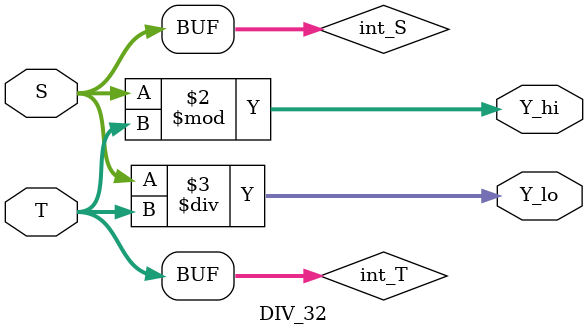
<source format=v>
`timescale 1ns / 1ps
/********************************************************************************
 *
 * Author:   Jesus Luciano and Rosswell Tiongco
 * Filename: DIV_32.v
 * Date:     1/22/2019
 * Version:  1.0
 * 
 * Notes:    ALU module that outputs the quotient and remainder of its two 
 *           inputs as 2 32 bit outputs
 *
 *******************************************************************************/

module DIV_32(S, T, Y_hi, Y_lo);
 
     //delcare inputs and outputs
     input      [31:0]  S, T;
     output reg [31:0] Y_hi, Y_lo;
     
     //delacre integers
     integer int_S, int_T;
     
     always @(*) begin
        //cast inputs as integers to allow for division calculation
        int_S = S;
        int_T = T;
        //high 32 bits are set to remainder
        Y_hi = int_S % int_T;
        //low  32 bits are set to quotient
        Y_lo = int_S / int_T;
     end
     
endmodule
</source>
